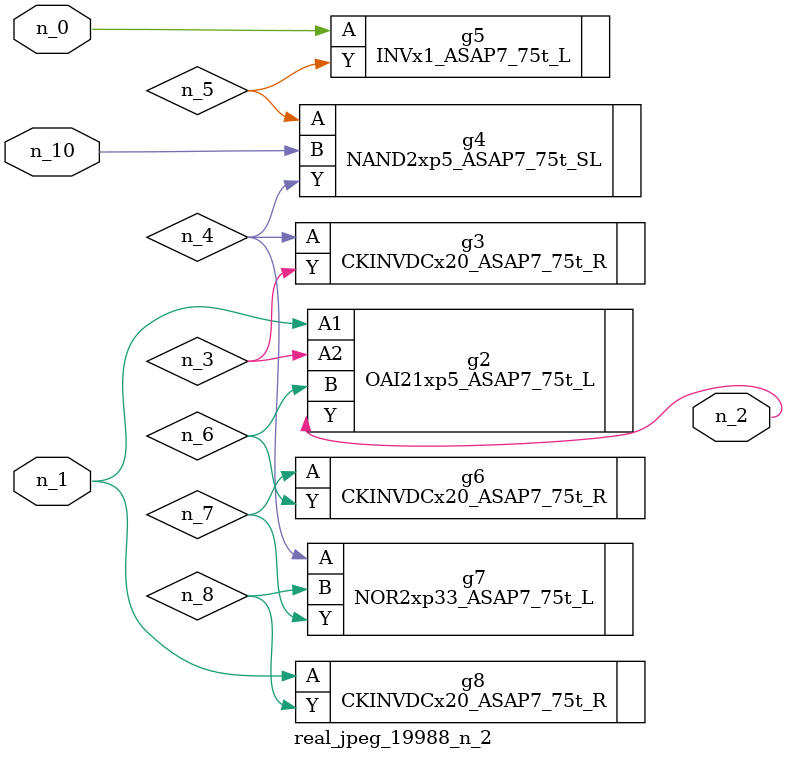
<source format=v>
module real_jpeg_19988_n_2 (n_1, n_10, n_0, n_2);

input n_1;
input n_10;
input n_0;

output n_2;

wire n_5;
wire n_4;
wire n_8;
wire n_6;
wire n_7;
wire n_3;

INVx1_ASAP7_75t_L g5 ( 
.A(n_0),
.Y(n_5)
);

OAI21xp5_ASAP7_75t_L g2 ( 
.A1(n_1),
.A2(n_3),
.B(n_6),
.Y(n_2)
);

CKINVDCx20_ASAP7_75t_R g8 ( 
.A(n_1),
.Y(n_8)
);

CKINVDCx20_ASAP7_75t_R g3 ( 
.A(n_4),
.Y(n_3)
);

NOR2xp33_ASAP7_75t_L g7 ( 
.A(n_4),
.B(n_8),
.Y(n_7)
);

NAND2xp5_ASAP7_75t_SL g4 ( 
.A(n_5),
.B(n_10),
.Y(n_4)
);

CKINVDCx20_ASAP7_75t_R g6 ( 
.A(n_7),
.Y(n_6)
);


endmodule
</source>
